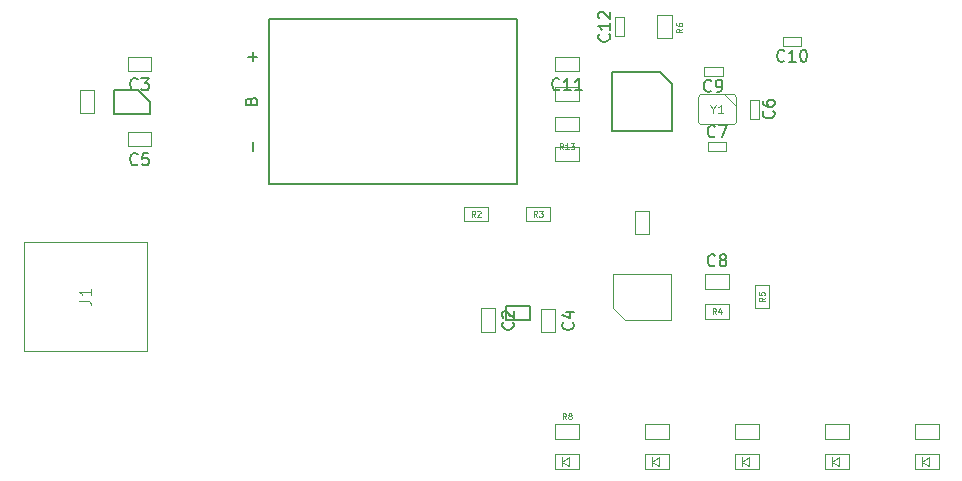
<source format=gbr>
G04 #@! TF.FileFunction,Other,Fab,Top*
%FSLAX46Y46*%
G04 Gerber Fmt 4.6, Leading zero omitted, Abs format (unit mm)*
G04 Created by KiCad (PCBNEW 4.0.7) date 03/27/18 03:46:25*
%MOMM*%
%LPD*%
G01*
G04 APERTURE LIST*
%ADD10C,0.100000*%
%ADD11C,0.150000*%
%ADD12C,0.075000*%
%ADD13C,0.105000*%
G04 APERTURE END LIST*
D10*
D11*
X131000000Y-92090000D02*
X152000000Y-92090000D01*
X131000000Y-92090000D02*
X131000000Y-78090000D01*
X152000000Y-92090000D02*
X152000000Y-78090000D01*
X131000000Y-78090000D02*
X152000000Y-78090000D01*
D10*
X148903701Y-102603393D02*
X150143701Y-102603393D01*
X148903701Y-104603393D02*
X148903701Y-102603393D01*
X150143701Y-104603393D02*
X148903701Y-104603393D01*
X150143701Y-102603393D02*
X150143701Y-104603393D01*
X121015000Y-81295000D02*
X121015000Y-82535000D01*
X119015000Y-81295000D02*
X121015000Y-81295000D01*
X119015000Y-82535000D02*
X119015000Y-81295000D01*
X121015000Y-82535000D02*
X119015000Y-82535000D01*
X153983701Y-102623393D02*
X155223701Y-102623393D01*
X153983701Y-104623393D02*
X153983701Y-102623393D01*
X155223701Y-104623393D02*
X153983701Y-104623393D01*
X155223701Y-102623393D02*
X155223701Y-104623393D01*
X121015000Y-87645000D02*
X121015000Y-88885000D01*
X119015000Y-87645000D02*
X121015000Y-87645000D01*
X119015000Y-88885000D02*
X119015000Y-87645000D01*
X121015000Y-88885000D02*
X119015000Y-88885000D01*
X171685000Y-84925000D02*
X172485000Y-84925000D01*
X171685000Y-86525000D02*
X171685000Y-84925000D01*
X172485000Y-86525000D02*
X171685000Y-86525000D01*
X172485000Y-84925000D02*
X172485000Y-86525000D01*
X168110000Y-89300000D02*
X168110000Y-88500000D01*
X169710000Y-89300000D02*
X168110000Y-89300000D01*
X169710000Y-88500000D02*
X169710000Y-89300000D01*
X168110000Y-88500000D02*
X169710000Y-88500000D01*
X167910000Y-100950000D02*
X167910000Y-99710000D01*
X169910000Y-100950000D02*
X167910000Y-100950000D01*
X169910000Y-99710000D02*
X169910000Y-100950000D01*
X167910000Y-99710000D02*
X169910000Y-99710000D01*
X169390000Y-82150000D02*
X169390000Y-82950000D01*
X167790000Y-82150000D02*
X169390000Y-82150000D01*
X167790000Y-82950000D02*
X167790000Y-82150000D01*
X169390000Y-82950000D02*
X167790000Y-82950000D01*
X176060000Y-79610000D02*
X176060000Y-80410000D01*
X174460000Y-79610000D02*
X176060000Y-79610000D01*
X174460000Y-80410000D02*
X174460000Y-79610000D01*
X176060000Y-80410000D02*
X174460000Y-80410000D01*
X157210000Y-81295000D02*
X157210000Y-82535000D01*
X155210000Y-81295000D02*
X157210000Y-81295000D01*
X155210000Y-82535000D02*
X155210000Y-81295000D01*
X157210000Y-82535000D02*
X155210000Y-82535000D01*
X161055000Y-79540000D02*
X160255000Y-79540000D01*
X161055000Y-77940000D02*
X161055000Y-79540000D01*
X160255000Y-77940000D02*
X161055000Y-77940000D01*
X160255000Y-79540000D02*
X160255000Y-77940000D01*
X155810000Y-115170000D02*
X155810000Y-115970000D01*
X155810000Y-115570000D02*
X156410000Y-115170000D01*
X156410000Y-115970000D02*
X155810000Y-115570000D01*
X156410000Y-115170000D02*
X156410000Y-115970000D01*
X155210000Y-116190000D02*
X155210000Y-114950000D01*
X157210000Y-116190000D02*
X155210000Y-116190000D01*
X157210000Y-114950000D02*
X157210000Y-116190000D01*
X155210000Y-114950000D02*
X157210000Y-114950000D01*
X163430000Y-115170000D02*
X163430000Y-115970000D01*
X163430000Y-115570000D02*
X164030000Y-115170000D01*
X164030000Y-115970000D02*
X163430000Y-115570000D01*
X164030000Y-115170000D02*
X164030000Y-115970000D01*
X162830000Y-116190000D02*
X162830000Y-114950000D01*
X164830000Y-116190000D02*
X162830000Y-116190000D01*
X164830000Y-114950000D02*
X164830000Y-116190000D01*
X162830000Y-114950000D02*
X164830000Y-114950000D01*
X171050000Y-115170000D02*
X171050000Y-115970000D01*
X171050000Y-115570000D02*
X171650000Y-115170000D01*
X171650000Y-115970000D02*
X171050000Y-115570000D01*
X171650000Y-115170000D02*
X171650000Y-115970000D01*
X170450000Y-116190000D02*
X170450000Y-114950000D01*
X172450000Y-116190000D02*
X170450000Y-116190000D01*
X172450000Y-114950000D02*
X172450000Y-116190000D01*
X170450000Y-114950000D02*
X172450000Y-114950000D01*
X178670000Y-115170000D02*
X178670000Y-115970000D01*
X178670000Y-115570000D02*
X179270000Y-115170000D01*
X179270000Y-115970000D02*
X178670000Y-115570000D01*
X179270000Y-115170000D02*
X179270000Y-115970000D01*
X178070000Y-116190000D02*
X178070000Y-114950000D01*
X180070000Y-116190000D02*
X178070000Y-116190000D01*
X180070000Y-114950000D02*
X180070000Y-116190000D01*
X178070000Y-114950000D02*
X180070000Y-114950000D01*
X186290000Y-115170000D02*
X186290000Y-115970000D01*
X186290000Y-115570000D02*
X186890000Y-115170000D01*
X186890000Y-115970000D02*
X186290000Y-115570000D01*
X186890000Y-115170000D02*
X186890000Y-115970000D01*
X185690000Y-116190000D02*
X185690000Y-114950000D01*
X187690000Y-116190000D02*
X185690000Y-116190000D01*
X187690000Y-114950000D02*
X187690000Y-116190000D01*
X185690000Y-114950000D02*
X187690000Y-114950000D01*
X110195000Y-106200000D02*
X120645000Y-106200000D01*
X110195000Y-97000000D02*
X110195000Y-106200000D01*
X120645000Y-97000000D02*
X120645000Y-106200000D01*
X110195000Y-97000000D02*
X120645000Y-97000000D01*
X116190000Y-86090000D02*
X114950000Y-86090000D01*
X116190000Y-84090000D02*
X116190000Y-86090000D01*
X114950000Y-84090000D02*
X116190000Y-84090000D01*
X114950000Y-86090000D02*
X114950000Y-84090000D01*
X149510000Y-93995000D02*
X149510000Y-95235000D01*
X147510000Y-93995000D02*
X149510000Y-93995000D01*
X147510000Y-95235000D02*
X147510000Y-93995000D01*
X149510000Y-95235000D02*
X147510000Y-95235000D01*
X152750000Y-95235000D02*
X152750000Y-93995000D01*
X154750000Y-95235000D02*
X152750000Y-95235000D01*
X154750000Y-93995000D02*
X154750000Y-95235000D01*
X152750000Y-93995000D02*
X154750000Y-93995000D01*
X169910000Y-102250000D02*
X169910000Y-103490000D01*
X167910000Y-102250000D02*
X169910000Y-102250000D01*
X167910000Y-103490000D02*
X167910000Y-102250000D01*
X169910000Y-103490000D02*
X167910000Y-103490000D01*
X173340000Y-102600000D02*
X172100000Y-102600000D01*
X173340000Y-100600000D02*
X173340000Y-102600000D01*
X172100000Y-100600000D02*
X173340000Y-100600000D01*
X172100000Y-102600000D02*
X172100000Y-100600000D01*
X163845000Y-77740000D02*
X165085000Y-77740000D01*
X163845000Y-79740000D02*
X163845000Y-77740000D01*
X165085000Y-79740000D02*
X163845000Y-79740000D01*
X165085000Y-77740000D02*
X165085000Y-79740000D01*
X163180000Y-96330000D02*
X161940000Y-96330000D01*
X163180000Y-94330000D02*
X163180000Y-96330000D01*
X161940000Y-94330000D02*
X163180000Y-94330000D01*
X161940000Y-96330000D02*
X161940000Y-94330000D01*
X155210000Y-113650000D02*
X155210000Y-112410000D01*
X157210000Y-113650000D02*
X155210000Y-113650000D01*
X157210000Y-112410000D02*
X157210000Y-113650000D01*
X155210000Y-112410000D02*
X157210000Y-112410000D01*
X162830000Y-113650000D02*
X162830000Y-112410000D01*
X164830000Y-113650000D02*
X162830000Y-113650000D01*
X164830000Y-112410000D02*
X164830000Y-113650000D01*
X162830000Y-112410000D02*
X164830000Y-112410000D01*
X170450000Y-113650000D02*
X170450000Y-112410000D01*
X172450000Y-113650000D02*
X170450000Y-113650000D01*
X172450000Y-112410000D02*
X172450000Y-113650000D01*
X170450000Y-112410000D02*
X172450000Y-112410000D01*
X178070000Y-113650000D02*
X178070000Y-112410000D01*
X180070000Y-113650000D02*
X178070000Y-113650000D01*
X180070000Y-112410000D02*
X180070000Y-113650000D01*
X178070000Y-112410000D02*
X180070000Y-112410000D01*
X185690000Y-113650000D02*
X185690000Y-112410000D01*
X187690000Y-113650000D02*
X185690000Y-113650000D01*
X187690000Y-112410000D02*
X187690000Y-113650000D01*
X185690000Y-112410000D02*
X187690000Y-112410000D01*
X157210000Y-86375000D02*
X157210000Y-87615000D01*
X155210000Y-86375000D02*
X157210000Y-86375000D01*
X155210000Y-87615000D02*
X155210000Y-86375000D01*
X157210000Y-87615000D02*
X155210000Y-87615000D01*
X157210000Y-88915000D02*
X157210000Y-90155000D01*
X155210000Y-88915000D02*
X157210000Y-88915000D01*
X155210000Y-90155000D02*
X155210000Y-88915000D01*
X157210000Y-90155000D02*
X155210000Y-90155000D01*
X157210000Y-83835000D02*
X157210000Y-85075000D01*
X155210000Y-83835000D02*
X157210000Y-83835000D01*
X155210000Y-85075000D02*
X155210000Y-83835000D01*
X157210000Y-85075000D02*
X155210000Y-85075000D01*
D11*
X120880000Y-85117881D02*
X120880000Y-86117881D01*
X120880000Y-86117881D02*
X117880000Y-86117881D01*
X117880000Y-86117881D02*
X117880000Y-84117881D01*
X117880000Y-84117881D02*
X119880000Y-84117881D01*
X119880000Y-84117881D02*
X120880000Y-85117881D01*
D10*
X160110000Y-102550000D02*
X160110000Y-99650000D01*
X160110000Y-99650000D02*
X165010000Y-99650000D01*
X165010000Y-99650000D02*
X165010000Y-103550000D01*
X165010000Y-103550000D02*
X161110000Y-103550000D01*
X161110000Y-103550000D02*
X160110000Y-102550000D01*
D11*
X165060000Y-83590000D02*
X165060000Y-87590000D01*
X165060000Y-87590000D02*
X160060000Y-87590000D01*
X160060000Y-87590000D02*
X160060000Y-82590000D01*
X160060000Y-82590000D02*
X164060000Y-82590000D01*
X164060000Y-82590000D02*
X165060000Y-83590000D01*
D10*
X170310000Y-86975000D02*
X167510000Y-86975000D01*
X167510000Y-86975000D02*
X167310000Y-86775000D01*
X167310000Y-86775000D02*
X167310000Y-84675000D01*
X167310000Y-84675000D02*
X167510000Y-84475000D01*
X167510000Y-84475000D02*
X170310000Y-84475000D01*
X170310000Y-84475000D02*
X170510000Y-84675000D01*
X170510000Y-84675000D02*
X170510000Y-86775000D01*
X170510000Y-86775000D02*
X170310000Y-86975000D01*
X170510000Y-85475000D02*
X169510000Y-84475000D01*
D11*
X151463701Y-103168393D02*
G75*
G03X151463701Y-103168393I-100000J0D01*
G01*
X151063701Y-102368393D02*
X153063701Y-102368393D01*
X153063701Y-102368393D02*
X153063701Y-103568393D01*
X153063701Y-103568393D02*
X151063701Y-103568393D01*
X151063701Y-103568393D02*
X151063701Y-102368393D01*
X129468571Y-85018571D02*
X129516190Y-84875714D01*
X129563810Y-84828095D01*
X129659048Y-84780476D01*
X129801905Y-84780476D01*
X129897143Y-84828095D01*
X129944762Y-84875714D01*
X129992381Y-84970952D01*
X129992381Y-85351905D01*
X128992381Y-85351905D01*
X128992381Y-85018571D01*
X129040000Y-84923333D01*
X129087619Y-84875714D01*
X129182857Y-84828095D01*
X129278095Y-84828095D01*
X129373333Y-84875714D01*
X129420952Y-84923333D01*
X129468571Y-85018571D01*
X129468571Y-85351905D01*
X129611429Y-81660952D02*
X129611429Y-80899047D01*
X129992381Y-81279999D02*
X129230476Y-81279999D01*
X129611429Y-89280952D02*
X129611429Y-88519047D01*
X151630844Y-103770059D02*
X151678463Y-103817678D01*
X151726082Y-103960535D01*
X151726082Y-104055773D01*
X151678463Y-104198631D01*
X151583225Y-104293869D01*
X151487987Y-104341488D01*
X151297511Y-104389107D01*
X151154653Y-104389107D01*
X150964177Y-104341488D01*
X150868939Y-104293869D01*
X150773701Y-104198631D01*
X150726082Y-104055773D01*
X150726082Y-103960535D01*
X150773701Y-103817678D01*
X150821320Y-103770059D01*
X150821320Y-103389107D02*
X150773701Y-103341488D01*
X150726082Y-103246250D01*
X150726082Y-103008154D01*
X150773701Y-102912916D01*
X150821320Y-102865297D01*
X150916558Y-102817678D01*
X151011796Y-102817678D01*
X151154653Y-102865297D01*
X151726082Y-103436726D01*
X151726082Y-102817678D01*
X119848334Y-84022143D02*
X119800715Y-84069762D01*
X119657858Y-84117381D01*
X119562620Y-84117381D01*
X119419762Y-84069762D01*
X119324524Y-83974524D01*
X119276905Y-83879286D01*
X119229286Y-83688810D01*
X119229286Y-83545952D01*
X119276905Y-83355476D01*
X119324524Y-83260238D01*
X119419762Y-83165000D01*
X119562620Y-83117381D01*
X119657858Y-83117381D01*
X119800715Y-83165000D01*
X119848334Y-83212619D01*
X120181667Y-83117381D02*
X120800715Y-83117381D01*
X120467381Y-83498333D01*
X120610239Y-83498333D01*
X120705477Y-83545952D01*
X120753096Y-83593571D01*
X120800715Y-83688810D01*
X120800715Y-83926905D01*
X120753096Y-84022143D01*
X120705477Y-84069762D01*
X120610239Y-84117381D01*
X120324524Y-84117381D01*
X120229286Y-84069762D01*
X120181667Y-84022143D01*
X156710844Y-103790059D02*
X156758463Y-103837678D01*
X156806082Y-103980535D01*
X156806082Y-104075773D01*
X156758463Y-104218631D01*
X156663225Y-104313869D01*
X156567987Y-104361488D01*
X156377511Y-104409107D01*
X156234653Y-104409107D01*
X156044177Y-104361488D01*
X155948939Y-104313869D01*
X155853701Y-104218631D01*
X155806082Y-104075773D01*
X155806082Y-103980535D01*
X155853701Y-103837678D01*
X155901320Y-103790059D01*
X156139415Y-102932916D02*
X156806082Y-102932916D01*
X155758463Y-103171012D02*
X156472749Y-103409107D01*
X156472749Y-102790059D01*
X119848334Y-90372143D02*
X119800715Y-90419762D01*
X119657858Y-90467381D01*
X119562620Y-90467381D01*
X119419762Y-90419762D01*
X119324524Y-90324524D01*
X119276905Y-90229286D01*
X119229286Y-90038810D01*
X119229286Y-89895952D01*
X119276905Y-89705476D01*
X119324524Y-89610238D01*
X119419762Y-89515000D01*
X119562620Y-89467381D01*
X119657858Y-89467381D01*
X119800715Y-89515000D01*
X119848334Y-89562619D01*
X120753096Y-89467381D02*
X120276905Y-89467381D01*
X120229286Y-89943571D01*
X120276905Y-89895952D01*
X120372143Y-89848333D01*
X120610239Y-89848333D01*
X120705477Y-89895952D01*
X120753096Y-89943571D01*
X120800715Y-90038810D01*
X120800715Y-90276905D01*
X120753096Y-90372143D01*
X120705477Y-90419762D01*
X120610239Y-90467381D01*
X120372143Y-90467381D01*
X120276905Y-90419762D01*
X120229286Y-90372143D01*
X173692143Y-85891666D02*
X173739762Y-85939285D01*
X173787381Y-86082142D01*
X173787381Y-86177380D01*
X173739762Y-86320238D01*
X173644524Y-86415476D01*
X173549286Y-86463095D01*
X173358810Y-86510714D01*
X173215952Y-86510714D01*
X173025476Y-86463095D01*
X172930238Y-86415476D01*
X172835000Y-86320238D01*
X172787381Y-86177380D01*
X172787381Y-86082142D01*
X172835000Y-85939285D01*
X172882619Y-85891666D01*
X172787381Y-85034523D02*
X172787381Y-85225000D01*
X172835000Y-85320238D01*
X172882619Y-85367857D01*
X173025476Y-85463095D01*
X173215952Y-85510714D01*
X173596905Y-85510714D01*
X173692143Y-85463095D01*
X173739762Y-85415476D01*
X173787381Y-85320238D01*
X173787381Y-85129761D01*
X173739762Y-85034523D01*
X173692143Y-84986904D01*
X173596905Y-84939285D01*
X173358810Y-84939285D01*
X173263571Y-84986904D01*
X173215952Y-85034523D01*
X173168333Y-85129761D01*
X173168333Y-85320238D01*
X173215952Y-85415476D01*
X173263571Y-85463095D01*
X173358810Y-85510714D01*
X168743334Y-88007143D02*
X168695715Y-88054762D01*
X168552858Y-88102381D01*
X168457620Y-88102381D01*
X168314762Y-88054762D01*
X168219524Y-87959524D01*
X168171905Y-87864286D01*
X168124286Y-87673810D01*
X168124286Y-87530952D01*
X168171905Y-87340476D01*
X168219524Y-87245238D01*
X168314762Y-87150000D01*
X168457620Y-87102381D01*
X168552858Y-87102381D01*
X168695715Y-87150000D01*
X168743334Y-87197619D01*
X169076667Y-87102381D02*
X169743334Y-87102381D01*
X169314762Y-88102381D01*
X168743334Y-98937143D02*
X168695715Y-98984762D01*
X168552858Y-99032381D01*
X168457620Y-99032381D01*
X168314762Y-98984762D01*
X168219524Y-98889524D01*
X168171905Y-98794286D01*
X168124286Y-98603810D01*
X168124286Y-98460952D01*
X168171905Y-98270476D01*
X168219524Y-98175238D01*
X168314762Y-98080000D01*
X168457620Y-98032381D01*
X168552858Y-98032381D01*
X168695715Y-98080000D01*
X168743334Y-98127619D01*
X169314762Y-98460952D02*
X169219524Y-98413333D01*
X169171905Y-98365714D01*
X169124286Y-98270476D01*
X169124286Y-98222857D01*
X169171905Y-98127619D01*
X169219524Y-98080000D01*
X169314762Y-98032381D01*
X169505239Y-98032381D01*
X169600477Y-98080000D01*
X169648096Y-98127619D01*
X169695715Y-98222857D01*
X169695715Y-98270476D01*
X169648096Y-98365714D01*
X169600477Y-98413333D01*
X169505239Y-98460952D01*
X169314762Y-98460952D01*
X169219524Y-98508571D01*
X169171905Y-98556190D01*
X169124286Y-98651429D01*
X169124286Y-98841905D01*
X169171905Y-98937143D01*
X169219524Y-98984762D01*
X169314762Y-99032381D01*
X169505239Y-99032381D01*
X169600477Y-98984762D01*
X169648096Y-98937143D01*
X169695715Y-98841905D01*
X169695715Y-98651429D01*
X169648096Y-98556190D01*
X169600477Y-98508571D01*
X169505239Y-98460952D01*
X168423334Y-84157143D02*
X168375715Y-84204762D01*
X168232858Y-84252381D01*
X168137620Y-84252381D01*
X167994762Y-84204762D01*
X167899524Y-84109524D01*
X167851905Y-84014286D01*
X167804286Y-83823810D01*
X167804286Y-83680952D01*
X167851905Y-83490476D01*
X167899524Y-83395238D01*
X167994762Y-83300000D01*
X168137620Y-83252381D01*
X168232858Y-83252381D01*
X168375715Y-83300000D01*
X168423334Y-83347619D01*
X168899524Y-84252381D02*
X169090000Y-84252381D01*
X169185239Y-84204762D01*
X169232858Y-84157143D01*
X169328096Y-84014286D01*
X169375715Y-83823810D01*
X169375715Y-83442857D01*
X169328096Y-83347619D01*
X169280477Y-83300000D01*
X169185239Y-83252381D01*
X168994762Y-83252381D01*
X168899524Y-83300000D01*
X168851905Y-83347619D01*
X168804286Y-83442857D01*
X168804286Y-83680952D01*
X168851905Y-83776190D01*
X168899524Y-83823810D01*
X168994762Y-83871429D01*
X169185239Y-83871429D01*
X169280477Y-83823810D01*
X169328096Y-83776190D01*
X169375715Y-83680952D01*
X174617143Y-81617143D02*
X174569524Y-81664762D01*
X174426667Y-81712381D01*
X174331429Y-81712381D01*
X174188571Y-81664762D01*
X174093333Y-81569524D01*
X174045714Y-81474286D01*
X173998095Y-81283810D01*
X173998095Y-81140952D01*
X174045714Y-80950476D01*
X174093333Y-80855238D01*
X174188571Y-80760000D01*
X174331429Y-80712381D01*
X174426667Y-80712381D01*
X174569524Y-80760000D01*
X174617143Y-80807619D01*
X175569524Y-81712381D02*
X174998095Y-81712381D01*
X175283809Y-81712381D02*
X175283809Y-80712381D01*
X175188571Y-80855238D01*
X175093333Y-80950476D01*
X174998095Y-80998095D01*
X176188571Y-80712381D02*
X176283810Y-80712381D01*
X176379048Y-80760000D01*
X176426667Y-80807619D01*
X176474286Y-80902857D01*
X176521905Y-81093333D01*
X176521905Y-81331429D01*
X176474286Y-81521905D01*
X176426667Y-81617143D01*
X176379048Y-81664762D01*
X176283810Y-81712381D01*
X176188571Y-81712381D01*
X176093333Y-81664762D01*
X176045714Y-81617143D01*
X175998095Y-81521905D01*
X175950476Y-81331429D01*
X175950476Y-81093333D01*
X175998095Y-80902857D01*
X176045714Y-80807619D01*
X176093333Y-80760000D01*
X176188571Y-80712381D01*
X155567143Y-84022143D02*
X155519524Y-84069762D01*
X155376667Y-84117381D01*
X155281429Y-84117381D01*
X155138571Y-84069762D01*
X155043333Y-83974524D01*
X154995714Y-83879286D01*
X154948095Y-83688810D01*
X154948095Y-83545952D01*
X154995714Y-83355476D01*
X155043333Y-83260238D01*
X155138571Y-83165000D01*
X155281429Y-83117381D01*
X155376667Y-83117381D01*
X155519524Y-83165000D01*
X155567143Y-83212619D01*
X156519524Y-84117381D02*
X155948095Y-84117381D01*
X156233809Y-84117381D02*
X156233809Y-83117381D01*
X156138571Y-83260238D01*
X156043333Y-83355476D01*
X155948095Y-83403095D01*
X157471905Y-84117381D02*
X156900476Y-84117381D01*
X157186190Y-84117381D02*
X157186190Y-83117381D01*
X157090952Y-83260238D01*
X156995714Y-83355476D01*
X156900476Y-83403095D01*
X159762143Y-79382857D02*
X159809762Y-79430476D01*
X159857381Y-79573333D01*
X159857381Y-79668571D01*
X159809762Y-79811429D01*
X159714524Y-79906667D01*
X159619286Y-79954286D01*
X159428810Y-80001905D01*
X159285952Y-80001905D01*
X159095476Y-79954286D01*
X159000238Y-79906667D01*
X158905000Y-79811429D01*
X158857381Y-79668571D01*
X158857381Y-79573333D01*
X158905000Y-79430476D01*
X158952619Y-79382857D01*
X159857381Y-78430476D02*
X159857381Y-79001905D01*
X159857381Y-78716191D02*
X158857381Y-78716191D01*
X159000238Y-78811429D01*
X159095476Y-78906667D01*
X159143095Y-79001905D01*
X158952619Y-78049524D02*
X158905000Y-78001905D01*
X158857381Y-77906667D01*
X158857381Y-77668571D01*
X158905000Y-77573333D01*
X158952619Y-77525714D01*
X159047857Y-77478095D01*
X159143095Y-77478095D01*
X159285952Y-77525714D01*
X159857381Y-78097143D01*
X159857381Y-77478095D01*
D10*
X114877381Y-101933333D02*
X115591667Y-101933333D01*
X115734524Y-101980953D01*
X115829762Y-102076191D01*
X115877381Y-102219048D01*
X115877381Y-102314286D01*
X115877381Y-100933333D02*
X115877381Y-101504762D01*
X115877381Y-101219048D02*
X114877381Y-101219048D01*
X115020238Y-101314286D01*
X115115476Y-101409524D01*
X115163095Y-101504762D01*
D12*
X148426667Y-94841190D02*
X148260000Y-94603095D01*
X148140953Y-94841190D02*
X148140953Y-94341190D01*
X148331429Y-94341190D01*
X148379048Y-94365000D01*
X148402857Y-94388810D01*
X148426667Y-94436429D01*
X148426667Y-94507857D01*
X148402857Y-94555476D01*
X148379048Y-94579286D01*
X148331429Y-94603095D01*
X148140953Y-94603095D01*
X148617143Y-94388810D02*
X148640953Y-94365000D01*
X148688572Y-94341190D01*
X148807619Y-94341190D01*
X148855238Y-94365000D01*
X148879048Y-94388810D01*
X148902857Y-94436429D01*
X148902857Y-94484048D01*
X148879048Y-94555476D01*
X148593334Y-94841190D01*
X148902857Y-94841190D01*
X153666667Y-94841190D02*
X153500000Y-94603095D01*
X153380953Y-94841190D02*
X153380953Y-94341190D01*
X153571429Y-94341190D01*
X153619048Y-94365000D01*
X153642857Y-94388810D01*
X153666667Y-94436429D01*
X153666667Y-94507857D01*
X153642857Y-94555476D01*
X153619048Y-94579286D01*
X153571429Y-94603095D01*
X153380953Y-94603095D01*
X153833334Y-94341190D02*
X154142857Y-94341190D01*
X153976191Y-94531667D01*
X154047619Y-94531667D01*
X154095238Y-94555476D01*
X154119048Y-94579286D01*
X154142857Y-94626905D01*
X154142857Y-94745952D01*
X154119048Y-94793571D01*
X154095238Y-94817381D01*
X154047619Y-94841190D01*
X153904762Y-94841190D01*
X153857143Y-94817381D01*
X153833334Y-94793571D01*
X168826667Y-103096190D02*
X168660000Y-102858095D01*
X168540953Y-103096190D02*
X168540953Y-102596190D01*
X168731429Y-102596190D01*
X168779048Y-102620000D01*
X168802857Y-102643810D01*
X168826667Y-102691429D01*
X168826667Y-102762857D01*
X168802857Y-102810476D01*
X168779048Y-102834286D01*
X168731429Y-102858095D01*
X168540953Y-102858095D01*
X169255238Y-102762857D02*
X169255238Y-103096190D01*
X169136191Y-102572381D02*
X169017143Y-102929524D01*
X169326667Y-102929524D01*
X172946190Y-101683333D02*
X172708095Y-101850000D01*
X172946190Y-101969047D02*
X172446190Y-101969047D01*
X172446190Y-101778571D01*
X172470000Y-101730952D01*
X172493810Y-101707143D01*
X172541429Y-101683333D01*
X172612857Y-101683333D01*
X172660476Y-101707143D01*
X172684286Y-101730952D01*
X172708095Y-101778571D01*
X172708095Y-101969047D01*
X172446190Y-101230952D02*
X172446190Y-101469047D01*
X172684286Y-101492857D01*
X172660476Y-101469047D01*
X172636667Y-101421428D01*
X172636667Y-101302381D01*
X172660476Y-101254762D01*
X172684286Y-101230952D01*
X172731905Y-101207143D01*
X172850952Y-101207143D01*
X172898571Y-101230952D01*
X172922381Y-101254762D01*
X172946190Y-101302381D01*
X172946190Y-101421428D01*
X172922381Y-101469047D01*
X172898571Y-101492857D01*
X165961190Y-78903333D02*
X165723095Y-79070000D01*
X165961190Y-79189047D02*
X165461190Y-79189047D01*
X165461190Y-78998571D01*
X165485000Y-78950952D01*
X165508810Y-78927143D01*
X165556429Y-78903333D01*
X165627857Y-78903333D01*
X165675476Y-78927143D01*
X165699286Y-78950952D01*
X165723095Y-78998571D01*
X165723095Y-79189047D01*
X165461190Y-78474762D02*
X165461190Y-78570000D01*
X165485000Y-78617619D01*
X165508810Y-78641428D01*
X165580238Y-78689047D01*
X165675476Y-78712857D01*
X165865952Y-78712857D01*
X165913571Y-78689047D01*
X165937381Y-78665238D01*
X165961190Y-78617619D01*
X165961190Y-78522381D01*
X165937381Y-78474762D01*
X165913571Y-78450952D01*
X165865952Y-78427143D01*
X165746905Y-78427143D01*
X165699286Y-78450952D01*
X165675476Y-78474762D01*
X165651667Y-78522381D01*
X165651667Y-78617619D01*
X165675476Y-78665238D01*
X165699286Y-78689047D01*
X165746905Y-78712857D01*
X156126667Y-111986190D02*
X155960000Y-111748095D01*
X155840953Y-111986190D02*
X155840953Y-111486190D01*
X156031429Y-111486190D01*
X156079048Y-111510000D01*
X156102857Y-111533810D01*
X156126667Y-111581429D01*
X156126667Y-111652857D01*
X156102857Y-111700476D01*
X156079048Y-111724286D01*
X156031429Y-111748095D01*
X155840953Y-111748095D01*
X156412381Y-111700476D02*
X156364762Y-111676667D01*
X156340953Y-111652857D01*
X156317143Y-111605238D01*
X156317143Y-111581429D01*
X156340953Y-111533810D01*
X156364762Y-111510000D01*
X156412381Y-111486190D01*
X156507619Y-111486190D01*
X156555238Y-111510000D01*
X156579048Y-111533810D01*
X156602857Y-111581429D01*
X156602857Y-111605238D01*
X156579048Y-111652857D01*
X156555238Y-111676667D01*
X156507619Y-111700476D01*
X156412381Y-111700476D01*
X156364762Y-111724286D01*
X156340953Y-111748095D01*
X156317143Y-111795714D01*
X156317143Y-111890952D01*
X156340953Y-111938571D01*
X156364762Y-111962381D01*
X156412381Y-111986190D01*
X156507619Y-111986190D01*
X156555238Y-111962381D01*
X156579048Y-111938571D01*
X156602857Y-111890952D01*
X156602857Y-111795714D01*
X156579048Y-111748095D01*
X156555238Y-111724286D01*
X156507619Y-111700476D01*
X155888572Y-89126190D02*
X155721905Y-88888095D01*
X155602858Y-89126190D02*
X155602858Y-88626190D01*
X155793334Y-88626190D01*
X155840953Y-88650000D01*
X155864762Y-88673810D01*
X155888572Y-88721429D01*
X155888572Y-88792857D01*
X155864762Y-88840476D01*
X155840953Y-88864286D01*
X155793334Y-88888095D01*
X155602858Y-88888095D01*
X156364762Y-89126190D02*
X156079048Y-89126190D01*
X156221905Y-89126190D02*
X156221905Y-88626190D01*
X156174286Y-88697619D01*
X156126667Y-88745238D01*
X156079048Y-88769048D01*
X156531429Y-88626190D02*
X156840952Y-88626190D01*
X156674286Y-88816667D01*
X156745714Y-88816667D01*
X156793333Y-88840476D01*
X156817143Y-88864286D01*
X156840952Y-88911905D01*
X156840952Y-89030952D01*
X156817143Y-89078571D01*
X156793333Y-89102381D01*
X156745714Y-89126190D01*
X156602857Y-89126190D01*
X156555238Y-89102381D01*
X156531429Y-89078571D01*
D13*
X168576667Y-85708333D02*
X168576667Y-86041667D01*
X168343334Y-85341667D02*
X168576667Y-85708333D01*
X168810000Y-85341667D01*
X169410000Y-86041667D02*
X169010000Y-86041667D01*
X169210000Y-86041667D02*
X169210000Y-85341667D01*
X169143334Y-85441667D01*
X169076667Y-85508333D01*
X169010000Y-85541667D01*
M02*

</source>
